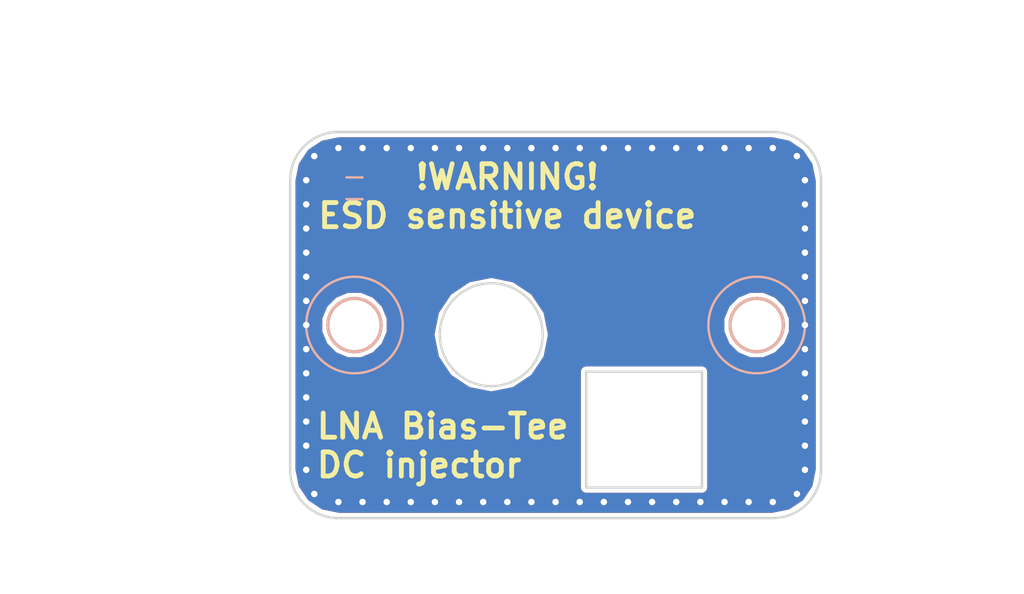
<source format=kicad_pcb>
(kicad_pcb (version 4) (host pcbnew "(2015-05-21 BZR 5674)-product")

  (general
    (links 1)
    (no_connects 0)
    (area 76.924999 59.924999 110.075001 84.075001)
    (thickness 1.6)
    (drawings 32)
    (tracks 146)
    (zones 0)
    (modules 4)
    (nets 2)
  )

  (page A4)
  (layers
    (0 F.Cu signal)
    (31 B.Cu signal)
    (32 B.Adhes user)
    (33 F.Adhes user)
    (34 B.Paste user)
    (35 F.Paste user)
    (36 B.SilkS user)
    (37 F.SilkS user)
    (38 B.Mask user)
    (39 F.Mask user)
    (40 Dwgs.User user)
    (41 Cmts.User user)
    (42 Eco1.User user)
    (43 Eco2.User user)
    (44 Edge.Cuts user)
    (45 Margin user)
    (46 B.CrtYd user)
    (47 F.CrtYd user)
    (48 B.Fab user)
    (49 F.Fab user)
  )

  (setup
    (last_trace_width 0.25)
    (trace_clearance 0.2)
    (zone_clearance 0.254)
    (zone_45_only no)
    (trace_min 0.2)
    (segment_width 0.2)
    (edge_width 0.15)
    (via_size 0.6)
    (via_drill 0.4)
    (via_min_size 0.4)
    (via_min_drill 0.3)
    (uvia_size 0.3)
    (uvia_drill 0.1)
    (uvias_allowed no)
    (uvia_min_size 0.2)
    (uvia_min_drill 0.1)
    (pcb_text_width 0.3)
    (pcb_text_size 1.5 1.5)
    (mod_edge_width 0.15)
    (mod_text_size 1 1)
    (mod_text_width 0.15)
    (pad_size 1.524 1.524)
    (pad_drill 0.762)
    (pad_to_mask_clearance 0.2)
    (aux_axis_origin 0 0)
    (visible_elements FFFFFF7F)
    (pcbplotparams
      (layerselection 0x00030_80000001)
      (usegerberextensions false)
      (excludeedgelayer true)
      (linewidth 0.150000)
      (plotframeref false)
      (viasonmask false)
      (mode 1)
      (useauxorigin false)
      (hpglpennumber 1)
      (hpglpenspeed 20)
      (hpglpendiameter 15)
      (hpglpenoverlay 2)
      (psnegative false)
      (psa4output false)
      (plotreference true)
      (plotvalue true)
      (plotinvisibletext false)
      (padsonsilk false)
      (subtractmaskfromsilk false)
      (outputformat 1)
      (mirror false)
      (drillshape 1)
      (scaleselection 1)
      (outputdirectory ""))
  )

  (net 0 "")
  (net 1 GND)

  (net_class Default "This is the default net class."
    (clearance 0.2)
    (trace_width 0.25)
    (via_dia 0.6)
    (via_drill 0.4)
    (uvia_dia 0.3)
    (uvia_drill 0.1)
    (add_net GND)
  )

  (module LOGO (layer F.Cu) (tedit 0) (tstamp 55740AFB)
    (at 104.5 66)
    (fp_text reference G*** (at 0 0) (layer F.SilkS) hide
      (effects (font (thickness 0.3)))
    )
    (fp_text value "ESD Warn" (at 0.75 0) (layer F.SilkS) hide
      (effects (font (thickness 0.3)))
    )
    (fp_poly (pts (xy 3.485801 3.771504) (xy -0.368911 3.771513) (xy -0.376418 3.771513) (xy -0.376418 2.805827)
      (xy -0.379221 2.770833) (xy -0.386691 2.737173) (xy -0.398866 2.705035) (xy -0.403645 2.69533)
      (xy -0.414087 2.677333) (xy -0.425683 2.661798) (xy -0.439562 2.647441) (xy -0.456853 2.632973)
      (xy -0.461301 2.629591) (xy -0.488508 2.610931) (xy -0.514185 2.597029) (xy -0.538632 2.587904)
      (xy -0.562148 2.583575) (xy -0.585031 2.584061) (xy -0.60758 2.589381) (xy -0.630095 2.599554)
      (xy -0.652874 2.614598) (xy -0.676216 2.634534) (xy -0.685732 2.643835) (xy -0.69485 2.65324)
      (xy -0.703749 2.662863) (xy -0.712699 2.67307) (xy -0.721971 2.684224) (xy -0.731837 2.696689)
      (xy -0.742567 2.710831) (xy -0.754433 2.727014) (xy -0.767707 2.745601) (xy -0.782659 2.766957)
      (xy -0.799561 2.791448) (xy -0.818683 2.819436) (xy -0.840298 2.851287) (xy -0.841794 2.853497)
      (xy -0.864617 2.8907) (xy -0.883492 2.928851) (xy -0.898168 2.967322) (xy -0.908397 3.005484)
      (xy -0.912967 3.033244) (xy -0.914279 3.049923) (xy -0.914749 3.069268) (xy -0.914421 3.08956)
      (xy -0.913338 3.109073) (xy -0.911544 3.126087) (xy -0.910458 3.132777) (xy -0.90345 3.162571)
      (xy -0.894097 3.190743) (xy -0.882706 3.216827) (xy -0.869585 3.240357) (xy -0.855042 3.260867)
      (xy -0.839384 3.277891) (xy -0.82292 3.290964) (xy -0.805957 3.299619) (xy -0.79875 3.301826)
      (xy -0.786777 3.303515) (xy -0.77234 3.303755) (xy -0.757827 3.302603) (xy -0.747376 3.300614)
      (xy -0.732427 3.295471) (xy -0.715094 3.287595) (xy -0.69673 3.277691) (xy -0.678692 3.266461)
      (xy -0.670083 3.26047) (xy -0.6457 3.241489) (xy -0.619419 3.218625) (xy -0.591798 3.192439)
      (xy -0.563391 3.163497) (xy -0.534756 3.13236) (xy -0.50645 3.099593) (xy -0.484006 3.07207)
      (xy -0.455291 3.03309) (xy -0.430957 2.994107) (xy -0.411043 2.955312) (xy -0.395592 2.916895)
      (xy -0.384644 2.879049) (xy -0.378239 2.841962) (xy -0.376418 2.805827) (xy -0.376418 3.771513)
      (xy -1.620966 3.771516) (xy -1.620966 3.180021) (xy -1.622693 3.154886) (xy -1.626564 3.125633)
      (xy -1.632584 3.092173) (xy -1.640761 3.054416) (xy -1.651102 3.012272) (xy -1.663614 2.965651)
      (xy -1.666958 2.953725) (xy -1.67718 2.918017) (xy -1.686435 2.886833) (xy -1.694908 2.859751)
      (xy -1.702784 2.836348) (xy -1.710251 2.8162) (xy -1.717493 2.798885) (xy -1.724697 2.783981)
      (xy -1.732047 2.771064) (xy -1.739731 2.759712) (xy -1.747933 2.749501) (xy -1.756839 2.74001)
      (xy -1.763756 2.733418) (xy -1.786768 2.715684) (xy -1.812086 2.702409) (xy -1.839333 2.693739)
      (xy -1.868135 2.689819) (xy -1.877154 2.689591) (xy -1.899028 2.690555) (xy -1.917206 2.693581)
      (xy -1.932721 2.698874) (xy -1.938391 2.70166) (xy -1.946112 2.706716) (xy -1.951759 2.712914)
      (xy -1.955606 2.721055) (xy -1.957928 2.731939) (xy -1.959002 2.746369) (xy -1.95914 2.761974)
      (xy -1.958511 2.780885) (xy -1.95686 2.79672) (xy -1.953969 2.811415) (xy -1.953314 2.814038)
      (xy -1.940914 2.856426) (xy -1.925187 2.899902) (xy -1.905988 2.944766) (xy -1.88317 2.991318)
      (xy -1.856588 3.039856) (xy -1.826094 3.090681) (xy -1.793956 3.140474) (xy -1.776143 3.166692)
      (xy -1.760343 3.188717) (xy -1.746248 3.206871) (xy -1.733554 3.221483) (xy -1.721956 3.232876)
      (xy -1.711147 3.241376) (xy -1.700824 3.24731) (xy -1.690681 3.251003) (xy -1.690201 3.251127)
      (xy -1.681638 3.252099) (xy -1.670335 3.251838) (xy -1.658428 3.250531) (xy -1.648054 3.248367)
      (xy -1.644228 3.247072) (xy -1.635346 3.241179) (xy -1.628571 3.231617) (xy -1.623912 3.218296)
      (xy -1.621374 3.201128) (xy -1.620966 3.180021) (xy -1.620966 3.771516) (xy -4.223624 3.771523)
      (xy -4.212341 3.75057) (xy -4.210588 3.747291) (xy -4.206504 3.739637) (xy -4.200146 3.727716)
      (xy -4.191573 3.711636) (xy -4.180841 3.691505) (xy -4.168009 3.667432) (xy -4.153134 3.639523)
      (xy -4.136272 3.607887) (xy -4.117483 3.572633) (xy -4.096823 3.533868) (xy -4.074351 3.491699)
      (xy -4.050123 3.446236) (xy -4.024196 3.397586) (xy -3.99663 3.345857) (xy -3.967481 3.291156)
      (xy -3.936806 3.233593) (xy -3.904664 3.173275) (xy -3.871112 3.11031) (xy -3.836207 3.044806)
      (xy -3.800007 2.976871) (xy -3.76257 2.906613) (xy -3.723952 2.83414) (xy -3.684212 2.75956)
      (xy -3.643408 2.682981) (xy -3.601596 2.604511) (xy -3.558834 2.524259) (xy -3.51518 2.442331)
      (xy -3.470691 2.358836) (xy -3.425425 2.273882) (xy -3.37944 2.187577) (xy -3.332793 2.100029)
      (xy -3.285541 2.011346) (xy -3.249752 1.944175) (xy -3.202152 1.854844) (xy -3.155134 1.766614)
      (xy -3.108754 1.67959) (xy -3.06307 1.59388) (xy -3.018136 1.50959) (xy -2.974012 1.426826)
      (xy -2.930753 1.345695) (xy -2.888416 1.266304) (xy -2.847059 1.188757) (xy -2.806737 1.113163)
      (xy -2.767508 1.039627) (xy -2.729429 0.968256) (xy -2.692556 0.899156) (xy -2.656946 0.832433)
      (xy -2.622657 0.768195) (xy -2.589744 0.706547) (xy -2.558264 0.647596) (xy -2.528276 0.591448)
      (xy -2.499834 0.53821) (xy -2.472997 0.487988) (xy -2.447821 0.440888) (xy -2.424362 0.397017)
      (xy -2.402678 0.356482) (xy -2.382825 0.319388) (xy -2.364861 0.285842) (xy -2.348842 0.255951)
      (xy -2.334824 0.22982) (xy -2.322865 0.207557) (xy -2.313022 0.189268) (xy -2.305351 0.175059)
      (xy -2.299909 0.165037) (xy -2.296753 0.159307) (xy -2.295914 0.157886) (xy -2.293462 0.159091)
      (xy -2.286991 0.162824) (xy -2.276787 0.16891) (xy -2.263132 0.177175) (xy -2.24631 0.187445)
      (xy -2.226605 0.199544) (xy -2.204299 0.213299) (xy -2.179677 0.228535) (xy -2.153022 0.245078)
      (xy -2.124617 0.262753) (xy -2.094745 0.281385) (xy -2.064938 0.300021) (xy -1.836494 0.443003)
      (xy -1.84113 0.450714) (xy -1.843125 0.454201) (xy -1.847368 0.461747) (xy -1.853645 0.472969)
      (xy -1.861743 0.487483) (xy -1.871448 0.504905) (xy -1.882547 0.524851) (xy -1.894825 0.546939)
      (xy -1.908069 0.570782) (xy -1.922066 0.596) (xy -1.930281 0.610809) (xy -1.96723 0.67725)
      (xy -2.002013 0.739414) (xy -2.034772 0.797549) (xy -2.065651 0.851903) (xy -2.094794 0.902723)
      (xy -2.122342 0.950256) (xy -2.14844 0.994749) (xy -2.173231 1.036451) (xy -2.196858 1.075608)
      (xy -2.219464 1.112469) (xy -2.237631 1.141616) (xy -2.249197 1.160157) (xy -2.258395 1.175272)
      (xy -2.26565 1.187775) (xy -2.271387 1.198481) (xy -2.276032 1.208206) (xy -2.280011 1.217764)
      (xy -2.283747 1.227972) (xy -2.285729 1.233784) (xy -2.292663 1.258124) (xy -2.297408 1.283684)
      (xy -2.300131 1.311656) (xy -2.301 1.342991) (xy -2.300709 1.364362) (xy -2.29977 1.385719)
      (xy -2.298102 1.407569) (xy -2.295624 1.430419) (xy -2.292254 1.454776) (xy -2.287912 1.481148)
      (xy -2.282516 1.510041) (xy -2.275985 1.541963) (xy -2.268237 1.57742) (xy -2.259191 1.616921)
      (xy -2.252701 1.644485) (xy -2.240802 1.695506) (xy -2.228275 1.750997) (xy -2.215239 1.810405)
      (xy -2.201813 1.873176) (xy -2.188115 1.938756) (xy -2.174264 2.006591) (xy -2.163877 2.058464)
      (xy -2.157214 2.091605) (xy -2.150252 2.125473) (xy -2.143165 2.159264) (xy -2.136126 2.192173)
      (xy -2.12931 2.223398) (xy -2.122891 2.252132) (xy -2.117042 2.277573) (xy -2.111938 2.298915)
      (xy -2.111422 2.30101) (xy -2.097794 2.352955) (xy -2.083789 2.400042) (xy -2.069312 2.442485)
      (xy -2.054267 2.480498) (xy -2.038561 2.514295) (xy -2.022098 2.544089) (xy -2.004785 2.570094)
      (xy -1.986525 2.592524) (xy -1.978571 2.600909) (xy -1.96828 2.610409) (xy -1.958224 2.61754)
      (xy -1.947655 2.622421) (xy -1.935829 2.625165) (xy -1.921998 2.625888) (xy -1.905418 2.624707)
      (xy -1.88534 2.621737) (xy -1.866713 2.61824) (xy -1.849762 2.615011) (xy -1.836366 2.612863)
      (xy -1.825151 2.611653) (xy -1.814743 2.611234) (xy -1.803769 2.611461) (xy -1.803068 2.611491)
      (xy -1.790654 2.612261) (xy -1.781339 2.613572) (xy -1.773143 2.615891) (xy -1.764086 2.619687)
      (xy -1.759804 2.621711) (xy -1.742416 2.631877) (xy -1.727581 2.644813) (xy -1.726817 2.645613)
      (xy -1.71674 2.657084) (xy -1.707241 2.669765) (xy -1.698196 2.683989) (xy -1.68948 2.700093)
      (xy -1.680968 2.718411) (xy -1.672537 2.73928) (xy -1.664062 2.763034) (xy -1.655417 2.790009)
      (xy -1.64648 2.82054) (xy -1.637125 2.854963) (xy -1.627228 2.893613) (xy -1.616664 2.936825)
      (xy -1.612929 2.952486) (xy -1.603222 2.993187) (xy -1.594492 3.029272) (xy -1.586646 3.061091)
      (xy -1.579588 3.088993) (xy -1.573224 3.113329) (xy -1.56746 3.134446) (xy -1.562201 3.152696)
      (xy -1.557352 3.168427) (xy -1.55282 3.18199) (xy -1.548509 3.193732) (xy -1.545977 3.20008)
      (xy -1.536264 3.221564) (xy -1.526756 3.238203) (xy -1.517267 3.250217) (xy -1.507609 3.257825)
      (xy -1.497595 3.261247) (xy -1.493507 3.261494) (xy -1.486387 3.261007) (xy -1.480493 3.259307)
      (xy -1.474626 3.255698) (xy -1.467586 3.249483) (xy -1.460453 3.242322) (xy -1.44336 3.222682)
      (xy -1.425829 3.198689) (xy -1.408209 3.171011) (xy -1.390848 3.140313) (xy -1.374094 3.10726)
      (xy -1.358296 3.07252) (xy -1.343801 3.036758) (xy -1.33096 3.00064) (xy -1.326126 2.985471)
      (xy -1.308948 2.922058) (xy -1.296713 2.85966) (xy -1.289413 2.798154) (xy -1.287041 2.737419)
      (xy -1.289589 2.67733) (xy -1.29705 2.617767) (xy -1.30177 2.592272) (xy -1.312458 2.545305)
      (xy -1.32462 2.502694) (xy -1.338471 2.463873) (xy -1.354227 2.428278) (xy -1.372103 2.395342)
      (xy -1.384161 2.376286) (xy -1.389839 2.36796) (xy -1.395468 2.360143) (xy -1.401512 2.352298)
      (xy -1.408433 2.343888) (xy -1.416696 2.334376) (xy -1.426765 2.323225) (xy -1.439102 2.309898)
      (xy -1.454172 2.293858) (xy -1.467272 2.280015) (xy -1.478917 2.267317) (xy -1.488488 2.255654)
      (xy -1.496136 2.244384) (xy -1.502011 2.232868) (xy -1.506263 2.220463) (xy -1.509041 2.20653)
      (xy -1.510495 2.190426) (xy -1.510776 2.171511) (xy -1.510034 2.149144) (xy -1.508418 2.122685)
      (xy -1.507391 2.108543) (xy -1.504152 2.06046) (xy -1.501638 2.011865) (xy -1.499848 1.962256)
      (xy -1.498783 1.91113) (xy -1.498444 1.857984) (xy -1.49883 1.802317) (xy -1.499941 1.743626)
      (xy -1.501777 1.681407) (xy -1.50434 1.615159) (xy -1.507575 1.545435) (xy -1.509182 1.510298)
      (xy -1.510417 1.477117) (xy -1.511279 1.446292) (xy -1.511765 1.418221) (xy -1.511873 1.393307)
      (xy -1.5116 1.371947) (xy -1.510944 1.354543) (xy -1.509903 1.341493) (xy -1.508831 1.334636)
      (xy -1.505481 1.323854) (xy -1.499474 1.309317) (xy -1.491058 1.291438) (xy -1.48048 1.270633)
      (xy -1.467987 1.247313) (xy -1.453827 1.221893) (xy -1.438246 1.194786) (xy -1.421491 1.166405)
      (xy -1.403811 1.137164) (xy -1.385451 1.107477) (xy -1.36666 1.077757) (xy -1.347683 1.048417)
      (xy -1.328769 1.019871) (xy -1.310165 0.992532) (xy -1.292116 0.966814) (xy -1.274872 0.943131)
      (xy -1.274671 0.942861) (xy -1.26439 0.929254) (xy -1.253254 0.914866) (xy -1.241804 0.900362)
      (xy -1.23058 0.886406) (xy -1.220123 0.873662) (xy -1.210974 0.862793) (xy -1.203673 0.854465)
      (xy -1.198762 0.849341) (xy -1.197929 0.848604) (xy -1.196351 0.847895) (xy -1.193911 0.848062)
      (xy -1.190162 0.849347) (xy -1.184654 0.851993) (xy -1.17694 0.856242) (xy -1.166571 0.862338)
      (xy -1.153099 0.870522) (xy -1.136076 0.881037) (xy -1.123209 0.889041) (xy -1.105991 0.899776)
      (xy -1.089993 0.909765) (xy -1.07577 0.918659) (xy -1.063873 0.926114) (xy -1.054856 0.931783)
      (xy -1.049272 0.935318) (xy -1.04781 0.936265) (xy -1.044975 0.938578) (xy -1.045593 0.940358)
      (xy -1.050252 0.942687) (xy -1.05162 0.943272) (xy -1.061285 0.948321) (xy -1.071849 0.955751)
      (xy -1.083515 0.965787) (xy -1.096483 0.978659) (xy -1.110954 0.994592) (xy -1.127129 1.013814)
      (xy -1.145209 1.036552) (xy -1.165396 1.063034) (xy -1.187889 1.093487) (xy -1.203432 1.114948)
      (xy -1.228396 1.149322) (xy -1.251471 1.180394) (xy -1.273434 1.209187) (xy -1.295061 1.236721)
      (xy -1.310504 1.255904) (xy -1.328818 1.279266) (xy -1.343592 1.300259) (xy -1.355169 1.319788)
      (xy -1.363894 1.338757) (xy -1.370111 1.35807) (xy -1.374164 1.378633) (xy -1.376396 1.401348)
      (xy -1.377152 1.427121) (xy -1.377159 1.431147) (xy -1.376906 1.449286) (xy -1.376121 1.467227)
      (xy -1.374714 1.485833) (xy -1.372594 1.505971) (xy -1.36967 1.528506) (xy -1.365852 1.554304)
      (xy -1.361225 1.58316) (xy -1.355969 1.61678) (xy -1.351937 1.646814) (xy -1.349012 1.674579)
      (xy -1.347076 1.701387) (xy -1.346013 1.728555) (xy -1.345705 1.757395) (xy -1.345705 1.757504)
      (xy -1.346079 1.785295) (xy -1.347232 1.811092) (xy -1.349302 1.836131) (xy -1.35243 1.861648)
      (xy -1.356756 1.888879) (xy -1.36242 1.919059) (xy -1.365988 1.936556) (xy -1.372276 1.967703)
      (xy -1.377233 1.994741) (xy -1.380918 2.018446) (xy -1.383389 2.039597) (xy -1.384702 2.05897)
      (xy -1.384915 2.077341) (xy -1.384087 2.09549) (xy -1.382275 2.114191) (xy -1.380293 2.129128)
      (xy -1.374949 2.160398) (xy -1.368179 2.190945) (xy -1.360182 2.220314) (xy -1.351156 2.248048)
      (xy -1.3413 2.27369) (xy -1.330812 2.296784) (xy -1.319891 2.316874) (xy -1.308737 2.333503)
      (xy -1.297547 2.346215) (xy -1.28652 2.354554) (xy -1.281118 2.356945) (xy -1.268298 2.358647)
      (xy -1.253291 2.356327) (xy -1.23654 2.350309) (xy -1.218485 2.340918) (xy -1.199569 2.328478)
      (xy -1.180233 2.313313) (xy -1.160919 2.295748) (xy -1.142069 2.276107) (xy -1.124123 2.254715)
      (xy -1.107524 2.231896) (xy -1.104319 2.227059) (xy -1.084413 2.192203) (xy -1.068053 2.154567)
      (xy -1.055454 2.115021) (xy -1.046824 2.074436) (xy -1.042377 2.033684) (xy -1.042323 1.993635)
      (xy -1.043666 1.977192) (xy -1.046259 1.956388) (xy -1.049527 1.936713) (xy -1.053702 1.91743)
      (xy -1.059012 1.897801) (xy -1.065689 1.877088) (xy -1.073962 1.854554) (xy -1.084061 1.829461)
      (xy -1.096217 1.801072) (xy -1.104368 1.782657) (xy -1.1131 1.762977) (xy -1.122317 1.741976)
      (xy -1.131451 1.720963) (xy -1.139936 1.701246) (xy -1.147203 1.684133) (xy -1.150456 1.67635)
      (xy -1.164655 1.641055) (xy -1.176398 1.609092) (xy -1.185672 1.579814) (xy -1.192461 1.552575)
      (xy -1.196751 1.526726) (xy -1.198525 1.501621) (xy -1.19777 1.476614) (xy -1.194469 1.451056)
      (xy -1.188608 1.424302) (xy -1.180173 1.395703) (xy -1.169146 1.364614) (xy -1.155515 1.330387)
      (xy -1.141636 1.29781) (xy -1.123077 1.256623) (xy -1.104434 1.218356) (xy -1.084919 1.181551)
      (xy -1.063744 1.144749) (xy -1.04012 1.106493) (xy -1.028201 1.087986) (xy -1.018847 1.073502)
      (xy -1.010018 1.059601) (xy -1.00225 1.047145) (xy -0.996079 1.036996) (xy -0.992042 1.030016)
      (xy -0.99145 1.028908) (xy -0.986127 1.015426) (xy -0.983441 1.001432) (xy -0.983639 0.988672)
      (xy -0.984982 0.98305) (xy -0.986521 0.977764) (xy -0.986644 0.975288) (xy -0.98656 0.975262)
      (xy -0.984008 0.976573) (xy -0.977618 0.980336) (xy -0.967797 0.986294) (xy -0.95495 0.994191)
      (xy -0.939484 1.00377) (xy -0.921805 1.014776) (xy -0.902319 1.026952) (xy -0.881432 1.040042)
      (xy -0.85955 1.05379) (xy -0.837079 1.067939) (xy -0.814425 1.082234) (xy -0.791995 1.096417)
      (xy -0.770193 1.110234) (xy -0.749428 1.123427) (xy -0.730103 1.13574) (xy -0.712626 1.146917)
      (xy -0.697403 1.156702) (xy -0.684839 1.164838) (xy -0.675341 1.17107) (xy -0.669314 1.175141)
      (xy -0.667166 1.176794) (xy -0.66717 1.176812) (xy -0.67083 1.178195) (xy -0.673616 1.178442)
      (xy -0.682443 1.180376) (xy -0.69335 1.185767) (xy -0.705382 1.193998) (xy -0.717585 1.204452)
      (xy -0.724244 1.21116) (xy -0.741584 1.233231) (xy -0.756421 1.259524) (xy -0.768677 1.289797)
      (xy -0.77827 1.323808) (xy -0.778284 1.323884) (xy -0.778284 1.166316) (xy -0.781175 1.148433)
      (xy -0.788979 1.130202) (xy -0.80174 1.111362) (xy -0.802504 1.110405) (xy -0.815541 1.0973)
      (xy -0.829565 1.089177) (xy -0.844576 1.086035) (xy -0.860575 1.087876) (xy -0.877563 1.094698)
      (xy -0.895541 1.106502) (xy -0.905921 1.115181) (xy -0.927904 1.137496) (xy -0.949322 1.164282)
      (xy -0.969904 1.194939) (xy -0.989375 1.228866) (xy -1.007461 1.265463) (xy -1.02389 1.304129)
      (xy -1.038387 1.344265) (xy -1.050679 1.38527) (xy -1.060493 1.426544) (xy -1.067554 1.467486)
      (xy -1.06801 1.470863) (xy -1.071307 1.509533) (xy -1.071588 1.551186) (xy -1.069019 1.594846)
      (xy -1.063765 1.639537) (xy -1.055992 1.684282) (xy -1.045865 1.728106) (xy -1.03355 1.770031)
      (xy -1.019213 1.809082) (xy -1.0055 1.839406) (xy -0.994877 1.858783) (xy -0.983106 1.877009)
      (xy -0.970777 1.893363) (xy -0.95848 1.907121) (xy -0.946807 1.917561) (xy -0.936491 1.923898)
      (xy -0.927433 1.926897) (xy -0.919337 1.926896) (xy -0.909942 1.923818) (xy -0.907926 1.922925)
      (xy -0.896357 1.915033) (xy -0.885791 1.90259) (xy -0.876342 1.886045) (xy -0.868122 1.865847)
      (xy -0.861244 1.842446) (xy -0.85582 1.816291) (xy -0.851965 1.787832) (xy -0.84979 1.757518)
      (xy -0.849408 1.725799) (xy -0.850772 1.69528) (xy -0.85287 1.670932) (xy -0.855673 1.647052)
      (xy -0.859351 1.622693) (xy -0.864069 1.596908) (xy -0.869995 1.568749) (xy -0.877296 1.537269)
      (xy -0.882131 1.517498) (xy -0.890011 1.484998) (xy -0.896402 1.456859) (xy -0.901385 1.432608)
      (xy -0.905041 1.411777) (xy -0.90745 1.393893) (xy -0.908692 1.378485) (xy -0.908849 1.365083)
      (xy -0.908722 1.361888) (xy -0.907768 1.349724) (xy -0.905916 1.339684) (xy -0.902633 1.330869)
      (xy -0.897381 1.32238) (xy -0.889625 1.313318) (xy -0.878829 1.302782) (xy -0.867322 1.292403)
      (xy -0.847903 1.27449) (xy -0.830019 1.256591) (xy -0.814236 1.239342) (xy -0.801119 1.223382)
      (xy -0.791233 1.209345) (xy -0.787067 1.202068) (xy -0.780262 1.184108) (xy -0.778284 1.166316)
      (xy -0.778284 1.323884) (xy -0.785122 1.361315) (xy -0.789153 1.402075) (xy -0.789564 1.409559)
      (xy -0.790292 1.450572) (xy -0.788539 1.490644) (xy -0.784412 1.529093) (xy -0.778022 1.565238)
      (xy -0.769478 1.598395) (xy -0.758889 1.627883) (xy -0.752349 1.642058) (xy -0.745335 1.653993)
      (xy -0.736789 1.665594) (xy -0.727707 1.675719) (xy -0.719086 1.683226) (xy -0.713693 1.686381)
      (xy -0.701336 1.688839) (xy -0.687363 1.686977) (xy -0.672397 1.681034) (xy -0.65706 1.671251)
      (xy -0.643524 1.659427) (xy -0.627761 1.640526) (xy -0.61653 1.619592) (xy -0.609765 1.596433)
      (xy -0.607399 1.570856) (xy -0.60786 1.556887) (xy -0.611127 1.533724) (xy -0.617668 1.513441)
      (xy -0.627928 1.494702) (xy -0.62909 1.492986) (xy -0.638427 1.478177) (xy -0.644998 1.464343)
      (xy -0.649444 1.449689) (xy -0.652406 1.432418) (xy -0.65321 1.425424) (xy -0.654614 1.399875)
      (xy -0.652903 1.377785) (xy -0.647831 1.358417) (xy -0.639149 1.341036) (xy -0.62661 1.324908)
      (xy -0.61578 1.314304) (xy -0.607174 1.306224) (xy -0.599736 1.29855) (xy -0.594516 1.292402)
      (xy -0.592932 1.290001) (xy -0.590577 1.282067) (xy -0.589438 1.270767) (xy -0.589517 1.257667)
      (xy -0.590819 1.244333) (xy -0.592823 1.234238) (xy -0.594693 1.226615) (xy -0.59578 1.221351)
      (xy -0.595894 1.219825) (xy -0.593709 1.221045) (xy -0.587578 1.224743) (xy -0.577855 1.230699)
      (xy -0.564898 1.238691) (xy -0.549062 1.248499) (xy -0.530704 1.259901) (xy -0.51018 1.272679)
      (xy -0.487847 1.286609) (xy -0.464059 1.301473) (xy -0.453242 1.30824) (xy -0.428821 1.323521)
      (xy -0.405619 1.338034) (xy -0.384005 1.35155) (xy -0.364343 1.363839) (xy -0.347001 1.374673)
      (xy -0.332346 1.383823) (xy -0.320744 1.391059) (xy -0.312562 1.396153) (xy -0.308167 1.398875)
      (xy -0.307542 1.399254) (xy -0.306542 1.402633) (xy -0.308613 1.409512) (xy -0.313513 1.419537)
      (xy -0.321002 1.432354) (xy -0.330841 1.44761) (xy -0.342789 1.464952) (xy -0.356606 1.484025)
      (xy -0.372052 1.504476) (xy -0.388887 1.525952) (xy -0.406871 1.548099) (xy -0.416295 1.559404)
      (xy -0.426375 1.571316) (xy -0.436974 1.583682) (xy -0.448443 1.596897) (xy -0.46113 1.611356)
      (xy -0.475386 1.627453) (xy -0.49156 1.645582) (xy -0.510003 1.666139) (xy -0.531065 1.689517)
      (xy -0.555094 1.716112) (xy -0.563822 1.725757) (xy -0.600478 1.766419) (xy -0.633873 1.803828)
      (xy -0.664313 1.838347) (xy -0.692102 1.870342) (xy -0.717546 1.900177) (xy -0.74095 1.928216)
      (xy -0.762617 1.954824) (xy -0.782854 1.980366) (xy -0.801965 2.005205) (xy -0.820254 2.029708)
      (xy -0.834689 2.049575) (xy -0.861413 2.088466) (xy -0.886565 2.128389) (xy -0.909674 2.168485)
      (xy -0.93027 2.2079) (xy -0.947881 2.245777) (xy -0.961789 2.280577) (xy -0.969456 2.303041)
      (xy -0.975873 2.324973) (xy -0.981188 2.347236) (xy -0.98555 2.370688) (xy -0.989109 2.396191)
      (xy -0.992013 2.424605) (xy -0.994412 2.456791) (xy -0.995492 2.474982) (xy -0.996908 2.499708)
      (xy -0.998458 2.524922) (xy -1.000188 2.551234) (xy -1.002141 2.579253) (xy -1.00436 2.609587)
      (xy -1.006891 2.642846) (xy -1.009778 2.679639) (xy -1.013063 2.720574) (xy -1.014881 2.742926)
      (xy -1.017971 2.781978) (xy -1.02046 2.816294) (xy -1.022342 2.846182) (xy -1.023613 2.871948)
      (xy -1.024269 2.893902) (xy -1.024303 2.91235) (xy -1.023711 2.9276) (xy -1.02249 2.939961)
      (xy -1.020633 2.949741) (xy -1.018136 2.957246) (xy -1.014994 2.962785) (xy -1.011389 2.96652)
      (xy -1.004801 2.970517) (xy -0.998987 2.970732) (xy -0.992715 2.96693) (xy -0.987607 2.961979)
      (xy -0.983696 2.957622) (xy -0.979817 2.952729) (xy -0.975679 2.946803) (xy -0.970993 2.939344)
      (xy -0.965467 2.929855) (xy -0.958813 2.917835) (xy -0.950739 2.902787) (xy -0.940957 2.884213)
      (xy -0.929175 2.861613) (xy -0.928968 2.861216) (xy -0.913761 2.832122) (xy -0.90037 2.806894)
      (xy -0.888398 2.784824) (xy -0.877448 2.765206) (xy -0.867123 2.747332) (xy -0.857027 2.730495)
      (xy -0.846762 2.713989) (xy -0.843126 2.708269) (xy -0.813775 2.664947) (xy -0.784289 2.626677)
      (xy -0.75464 2.593433) (xy -0.7248 2.565191) (xy -0.69474 2.541924) (xy -0.664431 2.523607)
      (xy -0.633846 2.510213) (xy -0.618378 2.505337) (xy -0.598437 2.501517) (xy -0.575081 2.499795)
      (xy -0.549475 2.500076) (xy -0.522786 2.502263) (xy -0.496178 2.50626) (xy -0.470819 2.51197)
      (xy -0.447872 2.519298) (xy -0.447456 2.519456) (xy -0.422841 2.53004) (xy -0.401349 2.542016)
      (xy -0.38247 2.555934) (xy -0.365698 2.57234) (xy -0.350525 2.591784) (xy -0.336443 2.614812)
      (xy -0.322946 2.641974) (xy -0.313394 2.664176) (xy -0.305006 2.682133) (xy -0.29649 2.695171)
      (xy -0.287705 2.703451) (xy -0.278509 2.707135) (xy -0.275396 2.707369) (xy -0.270412 2.707066)
      (xy -0.265387 2.706002) (xy -0.260109 2.703947) (xy -0.254364 2.700671) (xy -0.24794 2.695944)
      (xy -0.240625 2.689534) (xy -0.232206 2.681211) (xy -0.222471 2.670746) (xy -0.211208 2.657906)
      (xy -0.198203 2.642463) (xy -0.183244 2.624185) (xy -0.166119 2.602843) (xy -0.146615 2.578204)
      (xy -0.12452 2.55004) (xy -0.099622 2.51812) (xy -0.092734 2.509269) (xy -0.065056 2.473733)
      (xy -0.040106 2.441808) (xy -0.017534 2.413062) (xy 0.003008 2.387064) (xy 0.021872 2.363384)
      (xy 0.039405 2.34159) (xy 0.055957 2.32125) (xy 0.071878 2.301935) (xy 0.087517 2.283213)
      (xy 0.103223 2.264653) (xy 0.119345 2.245823) (xy 0.136234 2.226294) (xy 0.141934 2.219738)
      (xy 0.178336 2.178653) (xy 0.216397 2.137071) (xy 0.255468 2.09565) (xy 0.294902 2.055046)
      (xy 0.334049 2.015918) (xy 0.372262 1.978922) (xy 0.408892 1.944716) (xy 0.44329 1.913956)
      (xy 0.445665 1.91189) (xy 0.473542 1.887693) (xy 0.482492 1.893331) (xy 0.485864 1.895446)
      (xy 0.493381 1.900152) (xy 0.504908 1.907367) (xy 0.520312 1.917006) (xy 0.539459 1.928986)
      (xy 0.562215 1.943222) (xy 0.588445 1.959632) (xy 0.618018 1.978131) (xy 0.650797 1.998637)
      (xy 0.686651 2.021064) (xy 0.725444 2.045329) (xy 0.767043 2.07135) (xy 0.811313 2.099041)
      (xy 0.858123 2.12832) (xy 0.907336 2.159102) (xy 0.95882 2.191304) (xy 1.012441 2.224842)
      (xy 1.068065 2.259632) (xy 1.125557 2.295591) (xy 1.184785 2.332636) (xy 1.245614 2.370681)
      (xy 1.307911 2.409644) (xy 1.371541 2.449441) (xy 1.436371 2.489989) (xy 1.502266 2.531202)
      (xy 1.569094 2.572999) (xy 1.63672 2.615294) (xy 1.705011 2.658005) (xy 1.773832 2.701047)
      (xy 1.843049 2.744338) (xy 1.91253 2.787792) (xy 1.98214 2.831327) (xy 2.051744 2.874859)
      (xy 2.12121 2.918304) (xy 2.190404 2.961578) (xy 2.259191 3.004598) (xy 2.327437 3.04728)
      (xy 2.39501 3.08954) (xy 2.461775 3.131295) (xy 2.527598 3.17246) (xy 2.592346 3.212953)
      (xy 2.655884 3.252689) (xy 2.718078 3.291585) (xy 2.778796 3.329556) (xy 2.837902 3.36652)
      (xy 2.895264 3.402393) (xy 2.950747 3.43709) (xy 3.004217 3.470529) (xy 3.055541 3.502625)
      (xy 3.104585 3.533295) (xy 3.151215 3.562454) (xy 3.195297 3.59002) (xy 3.236697 3.615909)
      (xy 3.275282 3.640037) (xy 3.310917 3.662319) (xy 3.343468 3.682673) (xy 3.372803 3.701015)
      (xy 3.398787 3.717262) (xy 3.421285 3.731328) (xy 3.440166 3.743131) (xy 3.455293 3.752587)
      (xy 3.466534 3.759612) (xy 3.473755 3.764123) (xy 3.476822 3.766035) (xy 3.476912 3.766091)
      (xy 3.485801 3.771504) (xy 3.485801 3.771504)) (layer F.Mask) (width 0))
    (fp_poly (pts (xy 3.831508 3.022298) (xy 3.829335 3.020963) (xy 3.82297 3.017007) (xy 3.812529 3.010501)
      (xy 3.798127 3.001517) (xy 3.779879 2.990129) (xy 3.7579 2.976406) (xy 3.732306 2.960422)
      (xy 3.703212 2.942248) (xy 3.670732 2.921957) (xy 3.634982 2.89962) (xy 3.596078 2.87531)
      (xy 3.554134 2.849098) (xy 3.509265 2.821056) (xy 3.461587 2.791257) (xy 3.411215 2.759772)
      (xy 3.358264 2.726673) (xy 3.30285 2.692032) (xy 3.245086 2.655922) (xy 3.185089 2.618414)
      (xy 3.122974 2.579581) (xy 3.058856 2.539493) (xy 2.99285 2.498224) (xy 2.925071 2.455845)
      (xy 2.855634 2.412429) (xy 2.784655 2.368046) (xy 2.712249 2.32277) (xy 2.638531 2.276672)
      (xy 2.563616 2.229824) (xy 2.487619 2.182298) (xy 2.479865 2.177449) (xy 2.403761 2.129856)
      (xy 2.328726 2.08293) (xy 2.254876 2.036745) (xy 2.182326 1.991372) (xy 2.111191 1.946883)
      (xy 2.041585 1.90335) (xy 1.973626 1.860846) (xy 1.907426 1.819443) (xy 1.843103 1.779212)
      (xy 1.780771 1.740226) (xy 1.720545 1.702557) (xy 1.66254 1.666276) (xy 1.606872 1.631456)
      (xy 1.553656 1.59817) (xy 1.503006 1.566488) (xy 1.45504 1.536483) (xy 1.40987 1.508228)
      (xy 1.367614 1.481793) (xy 1.328385 1.457252) (xy 1.292299 1.434676) (xy 1.259472 1.414138)
      (xy 1.230018 1.395709) (xy 1.204053 1.379461) (xy 1.181692 1.365468) (xy 1.16305 1.353799)
      (xy 1.148242 1.344529) (xy 1.137385 1.337728) (xy 1.130591 1.333469) (xy 1.127978 1.331825)
      (xy 1.127951 1.331807) (xy 1.127898 1.331436) (xy 1.128406 1.330535) (xy 1.12974 1.328818)
      (xy 1.132167 1.325997) (xy 1.135951 1.321784) (xy 1.141357 1.315893) (xy 1.148652 1.308035)
      (xy 1.158101 1.297924) (xy 1.16997 1.285272) (xy 1.184523 1.269792) (xy 1.202026 1.251197)
      (xy 1.222745 1.229199) (xy 1.22312 1.228801) (xy 1.240388 1.210388) (xy 1.257603 1.191861)
      (xy 1.274979 1.172971) (xy 1.292735 1.153469) (xy 1.311085 1.133109) (xy 1.330247 1.111643)
      (xy 1.350438 1.088822) (xy 1.371873 1.064399) (xy 1.39477 1.038125) (xy 1.419345 1.009753)
      (xy 1.445814 0.979036) (xy 1.474394 0.945725) (xy 1.505302 0.909571) (xy 1.538754 0.870329)
      (xy 1.574967 0.827749) (xy 1.614157 0.781584) (xy 1.625446 0.768273) (xy 1.673707 0.711423)
      (xy 1.71913 0.658061) (xy 1.762094 0.607749) (xy 1.802983 0.560049) (xy 1.842179 0.514522)
      (xy 1.880063 0.470729) (xy 1.917017 0.428231) (xy 1.953424 0.386591) (xy 1.989664 0.345368)
      (xy 2.026121 0.304126) (xy 2.063177 0.262424) (xy 2.101212 0.219825) (xy 2.140609 0.17589)
      (xy 2.162319 0.15175) (xy 2.179125 0.133111) (xy 2.194906 0.115671) (xy 2.209337 0.099784)
      (xy 2.222092 0.085806) (xy 2.232846 0.074091) (xy 2.241273 0.064995) (xy 2.24705 0.058874)
      (xy 2.249849 0.056081) (xy 2.250054 0.055944) (xy 2.251317 0.05817) (xy 2.254905 0.064761)
      (xy 2.260756 0.075601) (xy 2.268807 0.090572) (xy 2.278995 0.109555) (xy 2.291258 0.132435)
      (xy 2.305532 0.159093) (xy 2.321755 0.189412) (xy 2.339865 0.223274) (xy 2.359799 0.260562)
      (xy 2.381493 0.301158) (xy 2.404885 0.344946) (xy 2.429913 0.391807) (xy 2.456514 0.441624)
      (xy 2.484625 0.49428) (xy 2.514183 0.549656) (xy 2.545126 0.607637) (xy 2.577391 0.668103)
      (xy 2.610915 0.730939) (xy 2.645636 0.796025) (xy 2.681491 0.863245) (xy 2.718417 0.932482)
      (xy 2.756351 1.003617) (xy 2.795231 1.076534) (xy 2.834994 1.151115) (xy 2.875577 1.227242)
      (xy 2.916917 1.304798) (xy 2.958953 1.383665) (xy 3.001621 1.463726) (xy 3.031187 1.519208)
      (xy 3.074328 1.600168) (xy 3.116907 1.68007) (xy 3.158858 1.758796) (xy 3.200118 1.836224)
      (xy 3.240624 1.912237) (xy 3.280311 1.986713) (xy 3.319116 2.059534) (xy 3.356976 2.130581)
      (xy 3.393825 2.199732) (xy 3.429602 2.266869) (xy 3.464242 2.331873) (xy 3.49768 2.394623)
      (xy 3.529855 2.455) (xy 3.560701 2.512884) (xy 3.590155 2.568157) (xy 3.618154 2.620697)
      (xy 3.644633 2.670386) (xy 3.66953 2.717105) (xy 3.692779 2.760732) (xy 3.714318 2.80115)
      (xy 3.734082 2.838238) (xy 3.752009 2.871876) (xy 3.768034 2.901946) (xy 3.782093 2.928327)
      (xy 3.794123 2.9509) (xy 3.80406 2.969546) (xy 3.811841 2.984144) (xy 3.817401 2.994575)
      (xy 3.820677 3.00072) (xy 3.821546 3.00235) (xy 3.826184 3.011165) (xy 3.829636 3.017987)
      (xy 3.831403 3.021816) (xy 3.831508 3.022298) (xy 3.831508 3.022298)) (layer F.Mask) (width 0))
    (fp_poly (pts (xy 1.478132 -1.391064) (xy 1.476138 -1.389053) (xy 1.470576 -1.384635) (xy 1.462076 -1.378264)
      (xy 1.45127 -1.370392) (xy 1.438788 -1.361473) (xy 1.42526 -1.351959) (xy 1.411317 -1.342302)
      (xy 1.39759 -1.332957) (xy 1.391781 -1.32906) (xy 1.313139 -1.278779) (xy 1.232181 -1.231397)
      (xy 1.148687 -1.186831) (xy 1.062438 -1.144995) (xy 0.973215 -1.105808) (xy 0.8808 -1.069185)
      (xy 0.784972 -1.035044) (xy 0.685514 -1.0033) (xy 0.582206 -0.97387) (xy 0.474829 -0.946671)
      (xy 0.363163 -0.921619) (xy 0.278102 -0.904502) (xy 0.253619 -0.899839) (xy 0.229714 -0.895368)
      (xy 0.206023 -0.891033) (xy 0.182186 -0.886775) (xy 0.15784 -0.882537) (xy 0.132623 -0.878263)
      (xy 0.106173 -0.873894) (xy 0.078129 -0.869373) (xy 0.048128 -0.864643) (xy 0.015809 -0.859647)
      (xy -0.01919 -0.854327) (xy -0.057232 -0.848625) (xy -0.098677 -0.842485) (xy -0.143889 -0.835849)
      (xy -0.193229 -0.82866) (xy -0.247059 -0.82086) (xy -0.275563 -0.816743) (xy -0.326465 -0.809343)
      (xy -0.372823 -0.802482) (xy -0.415133 -0.796077) (xy -0.453892 -0.790047) (xy -0.489596 -0.784309)
      (xy -0.522743 -0.778782) (xy -0.553828 -0.773383) (xy -0.583349 -0.76803) (xy -0.611803 -0.762641)
      (xy -0.639686 -0.757133) (xy -0.655255 -0.753963) (xy -0.729082 -0.737783) (xy -0.798131 -0.720568)
      (xy -0.862615 -0.702219) (xy -0.922747 -0.682641) (xy -0.978741 -0.661735) (xy -1.030811 -0.639405)
      (xy -1.079169 -0.615555) (xy -1.124029 -0.590086) (xy -1.165605 -0.562902) (xy -1.204111 -0.533905)
      (xy -1.239759 -0.503) (xy -1.267511 -0.475639) (xy -1.279133 -0.463252) (xy -1.289897 -0.451187)
      (xy -1.300253 -0.438841) (xy -1.310654 -0.425609) (xy -1.321549 -0.410886) (xy -1.333389 -0.394068)
      (xy -1.346625 -0.374551) (xy -1.361708 -0.351729) (xy -1.374098 -0.332707) (xy -1.384844 -0.316162)
      (xy -1.394732 -0.300996) (xy -1.403416 -0.287732) (xy -1.410552 -0.276894) (xy -1.415796 -0.269006)
      (xy -1.418802 -0.264593) (xy -1.419363 -0.263849) (xy -1.421686 -0.264963) (xy -1.428039 -0.268608)
      (xy -1.43815 -0.274618) (xy -1.451746 -0.282823) (xy -1.468555 -0.293057) (xy -1.488303 -0.305153)
      (xy -1.510718 -0.318941) (xy -1.535527 -0.334256) (xy -1.562457 -0.35093) (xy -1.591236 -0.368794)
      (xy -1.621592 -0.387681) (xy -1.65325 -0.407424) (xy -1.665321 -0.414964) (xy -1.697386 -0.435011)
      (xy -1.728224 -0.454314) (xy -1.757564 -0.472701) (xy -1.785134 -0.490003) (xy -1.810665 -0.506047)
      (xy -1.833884 -0.520663) (xy -1.85452 -0.53368) (xy -1.872302 -0.544928) (xy -1.88696 -0.554234)
      (xy -1.898221 -0.561429) (xy -1.905815 -0.566342) (xy -1.909471 -0.5688) (xy -1.909771 -0.569054)
      (xy -1.908592 -0.571349) (xy -1.905081 -0.578021) (xy -1.899293 -0.588962) (xy -1.891287 -0.604066)
      (xy -1.881117 -0.623228) (xy -1.868842 -0.646341) (xy -1.854518 -0.673298) (xy -1.838201 -0.703993)
      (xy -1.819948 -0.73832) (xy -1.799815 -0.776173) (xy -1.777859 -0.817444) (xy -1.754138 -0.862028)
      (xy -1.728706 -0.909818) (xy -1.701622 -0.960709) (xy -1.672941 -1.014593) (xy -1.642721 -1.071364)
      (xy -1.611017 -1.130916) (xy -1.577887 -1.193143) (xy -1.543387 -1.257937) (xy -1.507574 -1.325194)
      (xy -1.470504 -1.394806) (xy -1.432235 -1.466667) (xy -1.392821 -1.540671) (xy -1.352321 -1.616711)
      (xy -1.310791 -1.694682) (xy -1.268287 -1.774476) (xy -1.224867 -1.855987) (xy -1.180586 -1.939109)
      (xy -1.135501 -2.023736) (xy -1.08967 -2.109762) (xy -1.043147 -2.197079) (xy -0.995992 -2.285581)
      (xy -0.957241 -2.358305) (xy -0.909585 -2.447741) (xy -0.862507 -2.536093) (xy -0.816064 -2.623256)
      (xy -0.770311 -2.70912) (xy -0.725308 -2.793581) (xy -0.68111 -2.876531) (xy -0.637774 -2.957863)
      (xy -0.595358 -3.03747) (xy -0.553918 -3.115246) (xy -0.513511 -3.191082) (xy -0.474194 -3.264874)
      (xy -0.436025 -3.336513) (xy -0.39906 -3.405892) (xy -0.363356 -3.472906) (xy -0.32897 -3.537446)
      (xy -0.295959 -3.599406) (xy -0.264379 -3.658679) (xy -0.234289 -3.715158) (xy -0.205745 -3.768737)
      (xy -0.178804 -3.819308) (xy -0.153522 -3.866764) (xy -0.129957 -3.910999) (xy -0.108166 -3.951905)
      (xy -0.088205 -3.989377) (xy -0.070132 -4.023306) (xy -0.054004 -4.053585) (xy -0.039877 -4.080109)
      (xy -0.027809 -4.10277) (xy -0.017856 -4.121461) (xy -0.010076 -4.136076) (xy -0.004525 -4.146506)
      (xy -0.00126 -4.152647) (xy -0.000333 -4.154397) (xy 0.003927 -4.162658) (xy 0.74103 -2.777621)
      (xy 0.782872 -2.698995) (xy 0.824121 -2.621481) (xy 0.86471 -2.545201) (xy 0.904575 -2.470276)
      (xy 0.943654 -2.396826) (xy 0.98188 -2.324972) (xy 1.01919 -2.254836) (xy 1.05552 -2.186538)
      (xy 1.090805 -2.120199) (xy 1.124982 -2.05594) (xy 1.157984 -1.993883) (xy 1.18975 -1.934147)
      (xy 1.220213 -1.876854) (xy 1.24931 -1.822125) (xy 1.276977 -1.770081) (xy 1.303149 -1.720843)
      (xy 1.327762 -1.674531) (xy 1.350752 -1.631267) (xy 1.372054 -1.591171) (xy 1.391604 -1.554365)
      (xy 1.409338 -1.520969) (xy 1.425192 -1.491104) (xy 1.439101 -1.464892) (xy 1.451001 -1.442453)
      (xy 1.460827 -1.423908) (xy 1.468516 -1.409378) (xy 1.474003 -1.398984) (xy 1.477223 -1.392847)
      (xy 1.478132 -1.391064) (xy 1.478132 -1.391064)) (layer F.Mask) (width 0))
  )

  (module devthrash:Screw_PAN_Head_M3 locked (layer B.Cu) (tedit 55730EB7) (tstamp 55730FFE)
    (at 81 72)
    (fp_text reference "" (at 0 5) (layer B.SilkS)
      (effects (font (size 1.5 1.5) (thickness 0.15)) (justify mirror))
    )
    (fp_text value Screw_PAN_Head_M3 (at 0 -5) (layer B.Fab) hide
      (effects (font (size 1.5 1.5) (thickness 0.15)) (justify mirror))
    )
    (fp_circle (center 0 0) (end 3 0) (layer B.SilkS) (width 0.15))
    (pad "" np_thru_hole circle (at 0 0) (size 3.5 3.5) (drill 3.1) (layers *.Cu *.Mask B.SilkS))
  )

  (module devthrash:Screw_PAN_Head_M3 locked (layer B.Cu) (tedit 55730EBB) (tstamp 55731009)
    (at 106 72)
    (fp_text reference "" (at 0 5) (layer B.SilkS)
      (effects (font (size 1.5 1.5) (thickness 0.15)) (justify mirror))
    )
    (fp_text value Screw_PAN_Head_M3 (at 0 -5) (layer B.Fab) hide
      (effects (font (size 1.5 1.5) (thickness 0.15)) (justify mirror))
    )
    (fp_circle (center 0 0) (end 3 0) (layer B.SilkS) (width 0.15))
    (pad "" np_thru_hole circle (at 0 0) (size 3.5 3.5) (drill 3.1) (layers *.Cu *.Mask B.SilkS))
  )

  (module Resistors_SMD:R_0603 (layer B.Cu) (tedit 55740CB3) (tstamp 55740390)
    (at 81 63.5)
    (descr "Resistor SMD 0603, reflow soldering, Vishay (see dcrcw.pdf)")
    (tags "resistor 0603")
    (path /55740363)
    (zone_connect 2)
    (attr smd)
    (fp_text reference "" (at 0 1.9) (layer B.SilkS)
      (effects (font (size 1 1) (thickness 0.15)) (justify mirror))
    )
    (fp_text value R (at 0 -1.9) (layer B.Fab)
      (effects (font (size 1 1) (thickness 0.15)) (justify mirror))
    )
    (fp_line (start -1.3 0.8) (end 1.3 0.8) (layer B.CrtYd) (width 0.05))
    (fp_line (start -1.3 -0.8) (end 1.3 -0.8) (layer B.CrtYd) (width 0.05))
    (fp_line (start -1.3 0.8) (end -1.3 -0.8) (layer B.CrtYd) (width 0.05))
    (fp_line (start 1.3 0.8) (end 1.3 -0.8) (layer B.CrtYd) (width 0.05))
    (fp_line (start 0.5 -0.675) (end -0.5 -0.675) (layer B.SilkS) (width 0.15))
    (fp_line (start -0.5 0.675) (end 0.5 0.675) (layer B.SilkS) (width 0.15))
    (pad 1 smd rect (at -0.75 0) (size 0.5 0.9) (layers B.Cu B.Paste B.Mask)
      (net 1 GND) (zone_connect 2))
    (pad 2 smd rect (at 0.75 0) (size 0.5 0.9) (layers B.Cu B.Paste B.Mask)
      (net 1 GND) (zone_connect 2))
    (model Resistors_SMD.3dshapes/R_0603.wrl
      (at (xyz 0 0 0))
      (scale (xyz 1 1 1))
      (rotate (xyz 0 0 0))
    )
  )

  (gr_text "!WARNING!\nESD sensitive device\n" (at 90.5 64) (layer F.SilkS)
    (effects (font (size 1.5 1.5) (thickness 0.3)))
  )
  (gr_text "dt'2015\nRev. A" (at 99 67.5) (layer B.Mask)
    (effects (font (size 1.5 1.5) (thickness 0.3)) (justify mirror))
  )
  (gr_text "LNA Bias-Tee\nDC injector\n" (at 78.5 79.5) (layer F.SilkS)
    (effects (font (size 1.5 1.5) (thickness 0.3)) (justify left))
  )
  (gr_text "RF OUT" (at 99 73.5) (layer F.Mask)
    (effects (font (size 1.5 1.5) (thickness 0.3)))
  )
  (gr_text "DC IN\n" (at 89.5 68) (layer F.Mask)
    (effects (font (size 1.5 1.5) (thickness 0.3)))
  )
  (gr_line (start 89.5 84) (end 89.5 59) (angle 90) (layer Dwgs.User) (width 0.2))
  (dimension 12.5 (width 0.3) (layer Dwgs.User)
    (gr_text "12,500 mm" (at 83.25 86.45) (layer Dwgs.User)
      (effects (font (size 1.5 1.5) (thickness 0.3)))
    )
    (feature1 (pts (xy 89.5 84) (xy 89.5 87.8)))
    (feature2 (pts (xy 77 84) (xy 77 87.8)))
    (crossbar (pts (xy 77 85.1) (xy 89.5 85.1)))
    (arrow1a (pts (xy 89.5 85.1) (xy 88.373496 85.686421)))
    (arrow1b (pts (xy 89.5 85.1) (xy 88.373496 84.513579)))
    (arrow2a (pts (xy 77 85.1) (xy 78.126504 85.686421)))
    (arrow2b (pts (xy 77 85.1) (xy 78.126504 84.513579)))
  )
  (gr_line (start 99 84) (end 99 67.3) (angle 90) (layer Dwgs.User) (width 0.2))
  (dimension 2 (width 0.3) (layer Dwgs.User)
    (gr_text "2,000 mm" (at 65.25 61 270) (layer Dwgs.User)
      (effects (font (size 1.5 1.5) (thickness 0.3)))
    )
    (feature1 (pts (xy 77 62) (xy 63.9 62)))
    (feature2 (pts (xy 77 60) (xy 63.9 60)))
    (crossbar (pts (xy 66.6 60) (xy 66.6 62)))
    (arrow1a (pts (xy 66.6 62) (xy 66.013579 60.873496)))
    (arrow1b (pts (xy 66.6 62) (xy 67.186421 60.873496)))
    (arrow2a (pts (xy 66.6 60) (xy 66.013579 61.126504)))
    (arrow2b (pts (xy 66.6 60) (xy 67.186421 61.126504)))
  )
  (gr_line (start 95.4 82.1) (end 95.4 74.9) (angle 90) (layer Edge.Cuts) (width 0.15))
  (gr_line (start 102.6 82.1) (end 95.4 82.1) (angle 90) (layer Edge.Cuts) (width 0.15))
  (gr_line (start 102.6 74.9) (end 102.6 82.1) (angle 90) (layer Edge.Cuts) (width 0.15))
  (gr_line (start 95.4 74.9) (end 102.6 74.9) (angle 90) (layer Edge.Cuts) (width 0.15))
  (dimension 1.6 (width 0.3) (layer Dwgs.User)
    (gr_text "1,600 mm" (at 119.95 79.8 270) (layer Dwgs.User)
      (effects (font (size 1.5 1.5) (thickness 0.3)))
    )
    (feature1 (pts (xy 110 80.6) (xy 121.3 80.6)))
    (feature2 (pts (xy 110 79) (xy 121.3 79)))
    (crossbar (pts (xy 118.6 79) (xy 118.6 80.6)))
    (arrow1a (pts (xy 118.6 80.6) (xy 118.013579 79.473496)))
    (arrow1b (pts (xy 118.6 80.6) (xy 119.186421 79.473496)))
    (arrow2a (pts (xy 118.6 79) (xy 118.013579 80.126504)))
    (arrow2b (pts (xy 118.6 79) (xy 119.186421 80.126504)))
  )
  (dimension 4.1 (width 0.3) (layer Dwgs.User)
    (gr_text "4,100 mm" (at 111.9 68.8 90) (layer Dwgs.User)
      (effects (font (size 1.5 1.5) (thickness 0.3)))
    )
    (feature1 (pts (xy 110 74.9) (xy 113.5 74.9)))
    (feature2 (pts (xy 110 79) (xy 113.5 79)))
    (crossbar (pts (xy 110.8 79) (xy 110.8 74.9)))
    (arrow1a (pts (xy 110.8 74.9) (xy 111.386421 76.026504)))
    (arrow1b (pts (xy 110.8 74.9) (xy 110.213579 76.026504)))
    (arrow2a (pts (xy 110.8 79) (xy 111.386421 77.873496)))
    (arrow2b (pts (xy 110.8 79) (xy 110.213579 77.873496)))
  )
  (dimension 3.6 (width 0.3) (layer Dwgs.User)
    (gr_text "3,600 mm" (at 97.2 86.15) (layer Dwgs.User)
      (effects (font (size 1.5 1.5) (thickness 0.3)))
    )
    (feature1 (pts (xy 95.4 84) (xy 95.4 87.5)))
    (feature2 (pts (xy 99 84) (xy 99 87.5)))
    (crossbar (pts (xy 99 84.8) (xy 95.4 84.8)))
    (arrow1a (pts (xy 95.4 84.8) (xy 96.526504 84.213579)))
    (arrow1b (pts (xy 95.4 84.8) (xy 96.526504 85.386421)))
    (arrow2a (pts (xy 99 84.8) (xy 97.873496 84.213579)))
    (arrow2b (pts (xy 99 84.8) (xy 97.873496 85.386421)))
  )
  (dimension 3.6 (width 0.3) (layer Dwgs.User)
    (gr_text "3,600 mm" (at 100.8 86.15) (layer Dwgs.User)
      (effects (font (size 1.5 1.5) (thickness 0.3)))
    )
    (feature1 (pts (xy 102.6 84) (xy 102.6 87.5)))
    (feature2 (pts (xy 99 84) (xy 99 87.5)))
    (crossbar (pts (xy 99 84.8) (xy 102.6 84.8)))
    (arrow1a (pts (xy 102.6 84.8) (xy 101.473496 85.386421)))
    (arrow1b (pts (xy 102.6 84.8) (xy 101.473496 84.213579)))
    (arrow2a (pts (xy 99 84.8) (xy 100.126504 85.386421)))
    (arrow2b (pts (xy 99 84.8) (xy 100.126504 84.213579)))
  )
  (dimension 11 (width 0.3) (layer Dwgs.User)
    (gr_text "11,000 mm" (at 104.5 89.35) (layer Dwgs.User)
      (effects (font (size 1.5 1.5) (thickness 0.3)))
    )
    (feature1 (pts (xy 99 84) (xy 99 90.7)))
    (feature2 (pts (xy 110 84) (xy 110 90.7)))
    (crossbar (pts (xy 110 88) (xy 99 88)))
    (arrow1a (pts (xy 99 88) (xy 100.126504 87.413579)))
    (arrow1b (pts (xy 99 88) (xy 100.126504 88.586421)))
    (arrow2a (pts (xy 110 88) (xy 108.873496 87.413579)))
    (arrow2b (pts (xy 110 88) (xy 108.873496 88.586421)))
  )
  (gr_circle (center 89.5 72.6) (end 92.7 72.6) (layer Edge.Cuts) (width 0.15))
  (gr_line (start 110 72.6) (end 110 72.4) (angle 90) (layer Dwgs.User) (width 0.2))
  (gr_line (start 77 81) (end 77 63) (angle 90) (layer Edge.Cuts) (width 0.15))
  (gr_line (start 107 84) (end 80 84) (angle 90) (layer Edge.Cuts) (width 0.15))
  (gr_line (start 110 63) (end 110 81) (angle 90) (layer Edge.Cuts) (width 0.15))
  (gr_line (start 80 60) (end 107 60) (angle 90) (layer Edge.Cuts) (width 0.15))
  (gr_arc (start 80 81) (end 80 84) (angle 90) (layer Edge.Cuts) (width 0.15))
  (gr_arc (start 107 81) (end 110 81) (angle 90) (layer Edge.Cuts) (width 0.15))
  (gr_arc (start 107 63) (end 107 60) (angle 90) (layer Edge.Cuts) (width 0.15))
  (gr_arc (start 80 63) (end 77 63) (angle 90) (layer Edge.Cuts) (width 0.15))
  (gr_line (start 110 79) (end 77 79) (angle 90) (layer Dwgs.User) (width 0.2))
  (dimension 5 (width 0.3) (layer Dwgs.User)
    (gr_text "5,000 mm" (at 66.65 81.5 90) (layer Dwgs.User)
      (effects (font (size 1.5 1.5) (thickness 0.3)))
    )
    (feature1 (pts (xy 77 79) (xy 65.3 79)))
    (feature2 (pts (xy 77 84) (xy 65.3 84)))
    (crossbar (pts (xy 68 84) (xy 68 79)))
    (arrow1a (pts (xy 68 79) (xy 68.586421 80.126504)))
    (arrow1b (pts (xy 68 79) (xy 67.413579 80.126504)))
    (arrow2a (pts (xy 68 84) (xy 68.586421 82.873496)))
    (arrow2b (pts (xy 68 84) (xy 67.413579 82.873496)))
  )
  (dimension 24 (width 0.3) (layer Dwgs.User)
    (gr_text "24,000 mm" (at 72.65 72 270) (layer Dwgs.User)
      (effects (font (size 1.5 1.5) (thickness 0.3)))
    )
    (feature1 (pts (xy 77 84) (xy 71.3 84)))
    (feature2 (pts (xy 77 60) (xy 71.3 60)))
    (crossbar (pts (xy 74 60) (xy 74 84)))
    (arrow1a (pts (xy 74 84) (xy 73.413579 82.873496)))
    (arrow1b (pts (xy 74 84) (xy 74.586421 82.873496)))
    (arrow2a (pts (xy 74 60) (xy 73.413579 61.126504)))
    (arrow2b (pts (xy 74 60) (xy 74.586421 61.126504)))
  )
  (dimension 33 (width 0.3) (layer Dwgs.User)
    (gr_text "33,000 mm" (at 93.5 53.65) (layer Dwgs.User)
      (effects (font (size 1.5 1.5) (thickness 0.3)))
    )
    (feature1 (pts (xy 110 60) (xy 110 52.3)))
    (feature2 (pts (xy 77 60) (xy 77 52.3)))
    (crossbar (pts (xy 77 55) (xy 110 55)))
    (arrow1a (pts (xy 110 55) (xy 108.873496 55.586421)))
    (arrow1b (pts (xy 110 55) (xy 108.873496 54.413579)))
    (arrow2a (pts (xy 77 55) (xy 78.126504 55.586421)))
    (arrow2b (pts (xy 77 55) (xy 78.126504 54.413579)))
  )

  (segment (start 80.25 63.5) (end 80.25 61.25) (width 0.25) (layer B.Cu) (net 1))
  (segment (start 80.25 61.25) (end 80 61) (width 0.25) (layer B.Cu) (net 1) (tstamp 557403F4))
  (via (at 80 61) (size 0.6) (layers F.Cu B.Cu) (net 1))
  (segment (start 80 61) (end 81.5 61) (width 0.25) (layer F.Cu) (net 1) (tstamp 557403F8))
  (via (at 81.5 61) (size 0.6) (layers F.Cu B.Cu) (net 1))
  (segment (start 81.5 61) (end 83 61) (width 0.25) (layer B.Cu) (net 1) (tstamp 557403FB))
  (via (at 83 61) (size 0.6) (layers F.Cu B.Cu) (net 1))
  (segment (start 83 61) (end 84.5 61) (width 0.25) (layer F.Cu) (net 1) (tstamp 557403FE))
  (via (at 84.5 61) (size 0.6) (layers F.Cu B.Cu) (net 1))
  (segment (start 84.5 61) (end 86 61) (width 0.25) (layer B.Cu) (net 1) (tstamp 55740401))
  (via (at 86 61) (size 0.6) (layers F.Cu B.Cu) (net 1))
  (segment (start 86 61) (end 87.5 61) (width 0.25) (layer F.Cu) (net 1) (tstamp 55740404))
  (via (at 87.5 61) (size 0.6) (layers F.Cu B.Cu) (net 1))
  (segment (start 87.5 61) (end 89 61) (width 0.25) (layer B.Cu) (net 1) (tstamp 55740407))
  (via (at 89 61) (size 0.6) (layers F.Cu B.Cu) (net 1))
  (segment (start 89 61) (end 90.5 61) (width 0.25) (layer F.Cu) (net 1) (tstamp 5574040A))
  (via (at 90.5 61) (size 0.6) (layers F.Cu B.Cu) (net 1))
  (segment (start 90.5 61) (end 92 61) (width 0.25) (layer B.Cu) (net 1) (tstamp 5574040D))
  (via (at 92 61) (size 0.6) (layers F.Cu B.Cu) (net 1))
  (segment (start 92 61) (end 93.5 61) (width 0.25) (layer F.Cu) (net 1) (tstamp 55740410))
  (via (at 93.5 61) (size 0.6) (layers F.Cu B.Cu) (net 1))
  (segment (start 93.5 61) (end 95 61) (width 0.25) (layer B.Cu) (net 1) (tstamp 55740413))
  (via (at 95 61) (size 0.6) (layers F.Cu B.Cu) (net 1))
  (segment (start 95 61) (end 96.5 61) (width 0.25) (layer F.Cu) (net 1) (tstamp 55740416))
  (via (at 96.5 61) (size 0.6) (layers F.Cu B.Cu) (net 1))
  (segment (start 96.5 61) (end 98 61) (width 0.25) (layer B.Cu) (net 1) (tstamp 55740419))
  (via (at 98 61) (size 0.6) (layers F.Cu B.Cu) (net 1))
  (segment (start 98 61) (end 99.5 61) (width 0.25) (layer F.Cu) (net 1) (tstamp 5574041C))
  (via (at 99.5 61) (size 0.6) (layers F.Cu B.Cu) (net 1))
  (segment (start 99.5 61) (end 101 61) (width 0.25) (layer B.Cu) (net 1) (tstamp 5574041F))
  (via (at 101 61) (size 0.6) (layers F.Cu B.Cu) (net 1))
  (segment (start 101 61) (end 102.5 61) (width 0.25) (layer F.Cu) (net 1) (tstamp 55740422))
  (via (at 102.5 61) (size 0.6) (layers F.Cu B.Cu) (net 1))
  (segment (start 102.5 61) (end 104 61) (width 0.25) (layer B.Cu) (net 1) (tstamp 55740425))
  (via (at 104 61) (size 0.6) (layers F.Cu B.Cu) (net 1))
  (segment (start 104 61) (end 105.5 61) (width 0.25) (layer F.Cu) (net 1) (tstamp 55740428))
  (via (at 105.5 61) (size 0.6) (layers F.Cu B.Cu) (net 1))
  (segment (start 105.5 61) (end 107 61) (width 0.25) (layer B.Cu) (net 1) (tstamp 5574042B))
  (via (at 107 61) (size 0.6) (layers F.Cu B.Cu) (net 1))
  (segment (start 107 61) (end 107.5 61.5) (width 0.25) (layer F.Cu) (net 1) (tstamp 5574042E))
  (segment (start 107.5 61.5) (end 108.5 61.5) (width 0.25) (layer F.Cu) (net 1) (tstamp 5574042F))
  (via (at 108.5 61.5) (size 0.6) (layers F.Cu B.Cu) (net 1))
  (segment (start 108.5 61.5) (end 109 62) (width 0.25) (layer B.Cu) (net 1) (tstamp 55740431))
  (segment (start 109 62) (end 109 63) (width 0.25) (layer B.Cu) (net 1) (tstamp 55740432))
  (via (at 109 63) (size 0.6) (layers F.Cu B.Cu) (net 1))
  (segment (start 109 63) (end 109 64.5) (width 0.25) (layer F.Cu) (net 1) (tstamp 55740434))
  (via (at 109 64.5) (size 0.6) (layers F.Cu B.Cu) (net 1))
  (segment (start 109 64.5) (end 109 66) (width 0.25) (layer B.Cu) (net 1) (tstamp 55740437))
  (via (at 109 66) (size 0.6) (layers F.Cu B.Cu) (net 1))
  (segment (start 109 66) (end 109 67.5) (width 0.25) (layer F.Cu) (net 1) (tstamp 5574043A))
  (via (at 109 67.5) (size 0.6) (layers F.Cu B.Cu) (net 1))
  (segment (start 109 67.5) (end 109 69) (width 0.25) (layer B.Cu) (net 1) (tstamp 5574043D))
  (via (at 109 69) (size 0.6) (layers F.Cu B.Cu) (net 1))
  (segment (start 109 69) (end 109 70.5) (width 0.25) (layer F.Cu) (net 1) (tstamp 55740440))
  (via (at 109 70.5) (size 0.6) (layers F.Cu B.Cu) (net 1))
  (segment (start 109 70.5) (end 109 72) (width 0.25) (layer B.Cu) (net 1) (tstamp 55740443))
  (via (at 109 72) (size 0.6) (layers F.Cu B.Cu) (net 1))
  (segment (start 109 72) (end 109 73.5) (width 0.25) (layer F.Cu) (net 1) (tstamp 55740446))
  (via (at 109 73.5) (size 0.6) (layers F.Cu B.Cu) (net 1))
  (segment (start 109 73.5) (end 109 75) (width 0.25) (layer B.Cu) (net 1) (tstamp 55740449))
  (via (at 109 75) (size 0.6) (layers F.Cu B.Cu) (net 1))
  (segment (start 109 75) (end 109 76.5) (width 0.25) (layer F.Cu) (net 1) (tstamp 5574044C))
  (via (at 109 76.5) (size 0.6) (layers F.Cu B.Cu) (net 1))
  (segment (start 109 76.5) (end 109 78) (width 0.25) (layer B.Cu) (net 1) (tstamp 5574044F))
  (via (at 109 78) (size 0.6) (layers F.Cu B.Cu) (net 1))
  (segment (start 109 78) (end 109 79.5) (width 0.25) (layer F.Cu) (net 1) (tstamp 55740452))
  (via (at 109 79.5) (size 0.6) (layers F.Cu B.Cu) (net 1))
  (segment (start 109 79.5) (end 109 81) (width 0.25) (layer B.Cu) (net 1) (tstamp 55740455))
  (via (at 109 81) (size 0.6) (layers F.Cu B.Cu) (net 1))
  (segment (start 109 81) (end 108.5 81.5) (width 0.25) (layer F.Cu) (net 1) (tstamp 55740458))
  (segment (start 108.5 81.5) (end 108.5 82.5) (width 0.25) (layer F.Cu) (net 1) (tstamp 55740459))
  (via (at 108.5 82.5) (size 0.6) (layers F.Cu B.Cu) (net 1))
  (segment (start 108.5 82.5) (end 108 83) (width 0.25) (layer B.Cu) (net 1) (tstamp 5574045B))
  (segment (start 108 83) (end 107 83) (width 0.25) (layer B.Cu) (net 1) (tstamp 5574045C))
  (via (at 107 83) (size 0.6) (layers F.Cu B.Cu) (net 1))
  (segment (start 107 83) (end 105.5 83) (width 0.25) (layer F.Cu) (net 1) (tstamp 5574045E))
  (via (at 105.5 83) (size 0.6) (layers F.Cu B.Cu) (net 1))
  (segment (start 105.5 83) (end 104 83) (width 0.25) (layer B.Cu) (net 1) (tstamp 55740461))
  (via (at 104 83) (size 0.6) (layers F.Cu B.Cu) (net 1))
  (segment (start 104 83) (end 102.5 83) (width 0.25) (layer F.Cu) (net 1) (tstamp 55740464))
  (via (at 102.5 83) (size 0.6) (layers F.Cu B.Cu) (net 1))
  (segment (start 102.5 83) (end 101 83) (width 0.25) (layer B.Cu) (net 1) (tstamp 55740467))
  (via (at 101 83) (size 0.6) (layers F.Cu B.Cu) (net 1))
  (segment (start 101 83) (end 99.5 83) (width 0.25) (layer F.Cu) (net 1) (tstamp 5574046A))
  (via (at 99.5 83) (size 0.6) (layers F.Cu B.Cu) (net 1))
  (segment (start 99.5 83) (end 98 83) (width 0.25) (layer B.Cu) (net 1) (tstamp 5574046D))
  (via (at 98 83) (size 0.6) (layers F.Cu B.Cu) (net 1))
  (segment (start 98 83) (end 96.5 83) (width 0.25) (layer F.Cu) (net 1) (tstamp 55740470))
  (via (at 96.5 83) (size 0.6) (layers F.Cu B.Cu) (net 1))
  (segment (start 96.5 83) (end 95 83) (width 0.25) (layer B.Cu) (net 1) (tstamp 55740473))
  (via (at 95 83) (size 0.6) (layers F.Cu B.Cu) (net 1))
  (segment (start 95 83) (end 93.5 83) (width 0.25) (layer F.Cu) (net 1) (tstamp 55740476))
  (via (at 93.5 83) (size 0.6) (layers F.Cu B.Cu) (net 1))
  (segment (start 93.5 83) (end 92 83) (width 0.25) (layer B.Cu) (net 1) (tstamp 55740479))
  (via (at 92 83) (size 0.6) (layers F.Cu B.Cu) (net 1))
  (segment (start 92 83) (end 90.5 83) (width 0.25) (layer F.Cu) (net 1) (tstamp 5574047C))
  (via (at 90.5 83) (size 0.6) (layers F.Cu B.Cu) (net 1))
  (segment (start 90.5 83) (end 89 83) (width 0.25) (layer B.Cu) (net 1) (tstamp 5574047F))
  (via (at 89 83) (size 0.6) (layers F.Cu B.Cu) (net 1))
  (segment (start 89 83) (end 87.5 83) (width 0.25) (layer F.Cu) (net 1) (tstamp 55740482))
  (via (at 87.5 83) (size 0.6) (layers F.Cu B.Cu) (net 1))
  (segment (start 87.5 83) (end 86 83) (width 0.25) (layer B.Cu) (net 1) (tstamp 55740485))
  (via (at 86 83) (size 0.6) (layers F.Cu B.Cu) (net 1))
  (segment (start 86 83) (end 84.5 83) (width 0.25) (layer F.Cu) (net 1) (tstamp 55740488))
  (via (at 84.5 83) (size 0.6) (layers F.Cu B.Cu) (net 1))
  (segment (start 84.5 83) (end 83 83) (width 0.25) (layer B.Cu) (net 1) (tstamp 5574048B))
  (via (at 83 83) (size 0.6) (layers F.Cu B.Cu) (net 1))
  (segment (start 83 83) (end 81.5 83) (width 0.25) (layer F.Cu) (net 1) (tstamp 5574048E))
  (via (at 81.5 83) (size 0.6) (layers F.Cu B.Cu) (net 1))
  (segment (start 81.5 83) (end 80 83) (width 0.25) (layer B.Cu) (net 1) (tstamp 55740491))
  (via (at 80 83) (size 0.6) (layers F.Cu B.Cu) (net 1))
  (segment (start 80 83) (end 79.5 82.5) (width 0.25) (layer F.Cu) (net 1) (tstamp 55740494))
  (segment (start 79.5 82.5) (end 78.5 82.5) (width 0.25) (layer F.Cu) (net 1) (tstamp 55740495))
  (via (at 78.5 82.5) (size 0.6) (layers F.Cu B.Cu) (net 1))
  (segment (start 78.5 82.5) (end 78 82) (width 0.25) (layer B.Cu) (net 1) (tstamp 55740497))
  (segment (start 78 82) (end 78 81) (width 0.25) (layer B.Cu) (net 1) (tstamp 55740498))
  (via (at 78 81) (size 0.6) (layers F.Cu B.Cu) (net 1))
  (segment (start 78 81) (end 78 79.5) (width 0.25) (layer F.Cu) (net 1) (tstamp 5574049A))
  (via (at 78 79.5) (size 0.6) (layers F.Cu B.Cu) (net 1))
  (segment (start 78 79.5) (end 78 78) (width 0.25) (layer B.Cu) (net 1) (tstamp 5574049D))
  (via (at 78 78) (size 0.6) (layers F.Cu B.Cu) (net 1))
  (segment (start 78 78) (end 78 76.5) (width 0.25) (layer F.Cu) (net 1) (tstamp 557404A0))
  (via (at 78 76.5) (size 0.6) (layers F.Cu B.Cu) (net 1))
  (segment (start 78 76.5) (end 78 75) (width 0.25) (layer B.Cu) (net 1) (tstamp 557404A3))
  (via (at 78 75) (size 0.6) (layers F.Cu B.Cu) (net 1))
  (segment (start 78 75) (end 78 73.5) (width 0.25) (layer F.Cu) (net 1) (tstamp 557404A6))
  (via (at 78 73.5) (size 0.6) (layers F.Cu B.Cu) (net 1))
  (segment (start 78 73.5) (end 78 72) (width 0.25) (layer B.Cu) (net 1) (tstamp 557404A9))
  (via (at 78 72) (size 0.6) (layers F.Cu B.Cu) (net 1))
  (segment (start 78 72) (end 78 70.5) (width 0.25) (layer F.Cu) (net 1) (tstamp 557404AC))
  (via (at 78 70.5) (size 0.6) (layers F.Cu B.Cu) (net 1))
  (segment (start 78 70.5) (end 78 69) (width 0.25) (layer B.Cu) (net 1) (tstamp 557404AF))
  (via (at 78 69) (size 0.6) (layers F.Cu B.Cu) (net 1))
  (segment (start 78 69) (end 78 67.5) (width 0.25) (layer F.Cu) (net 1) (tstamp 557404B2))
  (via (at 78 67.5) (size 0.6) (layers F.Cu B.Cu) (net 1))
  (segment (start 78 67.5) (end 78 66) (width 0.25) (layer B.Cu) (net 1) (tstamp 557404B5))
  (via (at 78 66) (size 0.6) (layers F.Cu B.Cu) (net 1))
  (segment (start 78 66) (end 78 64.5) (width 0.25) (layer F.Cu) (net 1) (tstamp 557404B8))
  (via (at 78 64.5) (size 0.6) (layers F.Cu B.Cu) (net 1))
  (segment (start 78 64.5) (end 78 63) (width 0.25) (layer B.Cu) (net 1) (tstamp 557404BB))
  (via (at 78 63) (size 0.6) (layers F.Cu B.Cu) (net 1))
  (segment (start 78 63) (end 78.5 62.5) (width 0.25) (layer F.Cu) (net 1) (tstamp 557404BE))
  (segment (start 78.5 62.5) (end 78.5 61.5) (width 0.25) (layer F.Cu) (net 1) (tstamp 557404BF))
  (via (at 78.5 61.5) (size 0.6) (layers F.Cu B.Cu) (net 1))
  (segment (start 78.5 61.5) (end 79 61) (width 0.25) (layer B.Cu) (net 1) (tstamp 557404C1))
  (segment (start 79 61) (end 80 61) (width 0.25) (layer B.Cu) (net 1) (tstamp 557404C2))

  (zone (net 1) (net_name GND) (layer F.Cu) (tstamp 5574017C) (hatch edge 0.508)
    (connect_pads (clearance 0.254))
    (min_thickness 0.254)
    (fill yes (arc_segments 16) (thermal_gap 0.508) (thermal_bridge_width 0.508))
    (polygon
      (pts
        (xy 110 84) (xy 77 84) (xy 77 60) (xy 110 60)
      )
    )
    (filled_polygon
      (pts
        (xy 109.544 80.955088) (xy 109.342096 81.970127) (xy 108.792562 82.792562) (xy 108.131369 83.234357) (xy 108.131369 71.577978)
        (xy 107.807627 70.794462) (xy 107.208691 70.194479) (xy 106.425742 69.86937) (xy 105.577978 69.868631) (xy 104.794462 70.192373)
        (xy 104.194479 70.791309) (xy 103.86937 71.574258) (xy 103.868631 72.422022) (xy 104.192373 73.205538) (xy 104.791309 73.805521)
        (xy 105.574258 74.13063) (xy 106.422022 74.131369) (xy 107.205538 73.807627) (xy 107.805521 73.208691) (xy 108.13063 72.425742)
        (xy 108.131369 71.577978) (xy 108.131369 83.234357) (xy 107.970127 83.342096) (xy 106.955088 83.544) (xy 103.056 83.544)
        (xy 103.056 82.1) (xy 103.056 74.9) (xy 103.021289 74.725496) (xy 102.922441 74.577559) (xy 102.774504 74.478711)
        (xy 102.6 74.444) (xy 95.4 74.444) (xy 95.225496 74.478711) (xy 95.077559 74.577559) (xy 94.978711 74.725496)
        (xy 94.944 74.9) (xy 94.944 82.1) (xy 94.978711 82.274504) (xy 95.077559 82.422441) (xy 95.225496 82.521289)
        (xy 95.4 82.556) (xy 102.6 82.556) (xy 102.774504 82.521289) (xy 102.922441 82.422441) (xy 103.021289 82.274504)
        (xy 103.056 82.1) (xy 103.056 83.544) (xy 93.156 83.544) (xy 93.156 72.6) (xy 92.877704 71.200909)
        (xy 92.085182 70.014818) (xy 90.899091 69.222296) (xy 89.5 68.944) (xy 88.100909 69.222296) (xy 86.914818 70.014818)
        (xy 86.122296 71.200909) (xy 85.844 72.6) (xy 86.122296 73.999091) (xy 86.914818 75.185182) (xy 88.100909 75.977704)
        (xy 89.5 76.256) (xy 90.899091 75.977704) (xy 92.085182 75.185182) (xy 92.877704 73.999091) (xy 93.156 72.6)
        (xy 93.156 83.544) (xy 83.131369 83.544) (xy 83.131369 71.577978) (xy 82.807627 70.794462) (xy 82.208691 70.194479)
        (xy 81.425742 69.86937) (xy 80.577978 69.868631) (xy 79.794462 70.192373) (xy 79.194479 70.791309) (xy 78.86937 71.574258)
        (xy 78.868631 72.422022) (xy 79.192373 73.205538) (xy 79.791309 73.805521) (xy 80.574258 74.13063) (xy 81.422022 74.131369)
        (xy 82.205538 73.807627) (xy 82.805521 73.208691) (xy 83.13063 72.425742) (xy 83.131369 71.577978) (xy 83.131369 83.544)
        (xy 80.044911 83.544) (xy 79.029872 83.342096) (xy 78.207437 82.792562) (xy 77.657903 81.970127) (xy 77.456 80.955088)
        (xy 77.456 63.044911) (xy 77.657903 62.029872) (xy 78.207437 61.207437) (xy 79.029872 60.657903) (xy 80.044911 60.456)
        (xy 106.955088 60.456) (xy 107.970127 60.657903) (xy 108.792562 61.207437) (xy 109.342096 62.029872) (xy 109.544 63.044911)
        (xy 109.544 80.955088)
      )
    )
  )
  (zone (net 1) (net_name GND) (layer B.Cu) (tstamp 557401BA) (hatch edge 0.508)
    (connect_pads (clearance 0.254))
    (min_thickness 0.254)
    (fill yes (arc_segments 16) (thermal_gap 0.508) (thermal_bridge_width 0.508))
    (polygon
      (pts
        (xy 110 84) (xy 77 84) (xy 77 60) (xy 110 60)
      )
    )
    (filled_polygon
      (pts
        (xy 109.544 80.955088) (xy 109.342096 81.970127) (xy 108.792562 82.792562) (xy 108.131369 83.234357) (xy 108.131369 71.577978)
        (xy 107.807627 70.794462) (xy 107.208691 70.194479) (xy 106.425742 69.86937) (xy 105.577978 69.868631) (xy 104.794462 70.192373)
        (xy 104.194479 70.791309) (xy 103.86937 71.574258) (xy 103.868631 72.422022) (xy 104.192373 73.205538) (xy 104.791309 73.805521)
        (xy 105.574258 74.13063) (xy 106.422022 74.131369) (xy 107.205538 73.807627) (xy 107.805521 73.208691) (xy 108.13063 72.425742)
        (xy 108.131369 71.577978) (xy 108.131369 83.234357) (xy 107.970127 83.342096) (xy 106.955088 83.544) (xy 103.056 83.544)
        (xy 103.056 82.1) (xy 103.056 74.9) (xy 103.021289 74.725496) (xy 102.922441 74.577559) (xy 102.774504 74.478711)
        (xy 102.6 74.444) (xy 95.4 74.444) (xy 95.225496 74.478711) (xy 95.077559 74.577559) (xy 94.978711 74.725496)
        (xy 94.944 74.9) (xy 94.944 82.1) (xy 94.978711 82.274504) (xy 95.077559 82.422441) (xy 95.225496 82.521289)
        (xy 95.4 82.556) (xy 102.6 82.556) (xy 102.774504 82.521289) (xy 102.922441 82.422441) (xy 103.021289 82.274504)
        (xy 103.056 82.1) (xy 103.056 83.544) (xy 93.156 83.544) (xy 93.156 72.6) (xy 92.877704 71.200909)
        (xy 92.085182 70.014818) (xy 90.899091 69.222296) (xy 89.5 68.944) (xy 88.100909 69.222296) (xy 86.914818 70.014818)
        (xy 86.122296 71.200909) (xy 85.844 72.6) (xy 86.122296 73.999091) (xy 86.914818 75.185182) (xy 88.100909 75.977704)
        (xy 89.5 76.256) (xy 90.899091 75.977704) (xy 92.085182 75.185182) (xy 92.877704 73.999091) (xy 93.156 72.6)
        (xy 93.156 83.544) (xy 83.131369 83.544) (xy 83.131369 71.577978) (xy 82.807627 70.794462) (xy 82.208691 70.194479)
        (xy 81.425742 69.86937) (xy 80.577978 69.868631) (xy 79.794462 70.192373) (xy 79.194479 70.791309) (xy 78.86937 71.574258)
        (xy 78.868631 72.422022) (xy 79.192373 73.205538) (xy 79.791309 73.805521) (xy 80.574258 74.13063) (xy 81.422022 74.131369)
        (xy 82.205538 73.807627) (xy 82.805521 73.208691) (xy 83.13063 72.425742) (xy 83.131369 71.577978) (xy 83.131369 83.544)
        (xy 80.044911 83.544) (xy 79.029872 83.342096) (xy 78.207437 82.792562) (xy 77.657903 81.970127) (xy 77.456 80.955088)
        (xy 77.456 63.044911) (xy 77.657903 62.029872) (xy 78.207437 61.207437) (xy 79.029872 60.657903) (xy 80.044911 60.456)
        (xy 106.955088 60.456) (xy 107.970127 60.657903) (xy 108.792562 61.207437) (xy 109.342096 62.029872) (xy 109.544 63.044911)
        (xy 109.544 80.955088)
      )
    )
  )
  (zone (net 0) (net_name "") (layer B.Mask) (tstamp 55740222) (hatch edge 0.508)
    (connect_pads (clearance 0.254))
    (min_thickness 0.254)
    (fill yes (arc_segments 16) (thermal_gap 0.508) (thermal_bridge_width 0.508))
    (polygon
      (pts
        (xy 110 84) (xy 108 84) (xy 79 84) (xy 77 84) (xy 77 82)
        (xy 77 62) (xy 77 60) (xy 79 60) (xy 108 60) (xy 110 60)
        (xy 110 62) (xy 110 82) (xy 110 84)
      )
    )
    (polygon
      (pts        (xy 108 82) (xy 108 62) (xy 79 62) (xy 79 82) (xy 108 82)
      )
    )
    (filled_polygon
      (pts
        (xy 109.873 83.873) (xy 108.127 83.873) (xy 108.127 82) (xy 108.127 62) (xy 108.117333 61.951399)
        (xy 108.089803 61.910197) (xy 108.048601 61.882667) (xy 108 61.873) (xy 79 61.873) (xy 78.951399 61.882667)
        (xy 78.910197 61.910197) (xy 78.882667 61.951399) (xy 78.873 62) (xy 78.873 82) (xy 78.882667 82.048601)
        (xy 78.910197 82.089803) (xy 78.951399 82.117333) (xy 79 82.127) (xy 108 82.127) (xy 108.048601 82.117333)
        (xy 108.089803 82.089803) (xy 108.117333 82.048601) (xy 108.127 82) (xy 108.127 83.873) (xy 108 83.873)
        (xy 79 83.873) (xy 77.127 83.873) (xy 77.127 82) (xy 77.127 62) (xy 77.127 60.127)
        (xy 79 60.127) (xy 108 60.127) (xy 109.873 60.127) (xy 109.873 62) (xy 109.873 82)
        (xy 109.873 83.873)
      )
    )
  )
)

</source>
